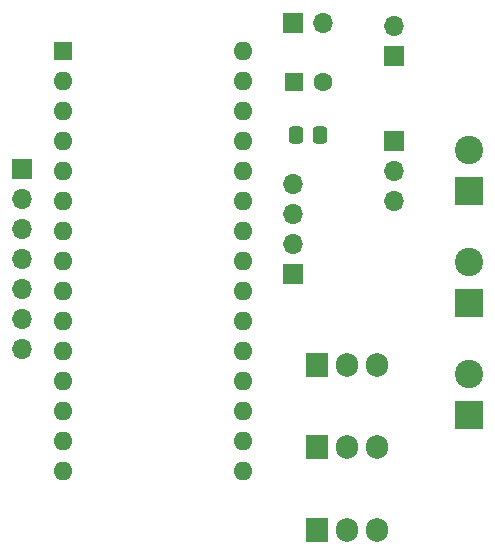
<source format=gbr>
%TF.GenerationSoftware,KiCad,Pcbnew,8.0.2*%
%TF.CreationDate,2025-02-28T20:58:28+01:00*%
%TF.ProjectId,K-Pillar,4b2d5069-6c6c-4617-922e-6b696361645f,rev?*%
%TF.SameCoordinates,Original*%
%TF.FileFunction,Soldermask,Top*%
%TF.FilePolarity,Negative*%
%FSLAX46Y46*%
G04 Gerber Fmt 4.6, Leading zero omitted, Abs format (unit mm)*
G04 Created by KiCad (PCBNEW 8.0.2) date 2025-02-28 20:58:28*
%MOMM*%
%LPD*%
G01*
G04 APERTURE LIST*
G04 Aperture macros list*
%AMRoundRect*
0 Rectangle with rounded corners*
0 $1 Rounding radius*
0 $2 $3 $4 $5 $6 $7 $8 $9 X,Y pos of 4 corners*
0 Add a 4 corners polygon primitive as box body*
4,1,4,$2,$3,$4,$5,$6,$7,$8,$9,$2,$3,0*
0 Add four circle primitives for the rounded corners*
1,1,$1+$1,$2,$3*
1,1,$1+$1,$4,$5*
1,1,$1+$1,$6,$7*
1,1,$1+$1,$8,$9*
0 Add four rect primitives between the rounded corners*
20,1,$1+$1,$2,$3,$4,$5,0*
20,1,$1+$1,$4,$5,$6,$7,0*
20,1,$1+$1,$6,$7,$8,$9,0*
20,1,$1+$1,$8,$9,$2,$3,0*%
G04 Aperture macros list end*
%ADD10R,1.700000X1.700000*%
%ADD11O,1.700000X1.700000*%
%ADD12RoundRect,0.250000X0.337500X0.475000X-0.337500X0.475000X-0.337500X-0.475000X0.337500X-0.475000X0*%
%ADD13R,2.400000X2.400000*%
%ADD14C,2.400000*%
%ADD15R,1.905000X2.000000*%
%ADD16O,1.905000X2.000000*%
%ADD17R,1.600000X1.600000*%
%ADD18O,1.600000X1.600000*%
%ADD19C,1.600000*%
G04 APERTURE END LIST*
D10*
%TO.C,J1*%
X51000000Y-44800000D03*
D11*
X51000000Y-42260000D03*
X51000000Y-39720000D03*
X51000000Y-37180000D03*
%TD*%
D10*
%TO.C,J2*%
X28000000Y-35920000D03*
D11*
X28000000Y-38460000D03*
X28000000Y-41000000D03*
X28000000Y-43540000D03*
X28000000Y-46080000D03*
X28000000Y-48620000D03*
X28000000Y-51160000D03*
%TD*%
D12*
%TO.C,C1*%
X53277500Y-33040000D03*
X51202500Y-33040000D03*
%TD*%
D10*
%TO.C,12V1*%
X59500000Y-26275000D03*
D11*
X59500000Y-23735000D03*
%TD*%
D13*
%TO.C,M1*%
X65900000Y-56750000D03*
D14*
X65900000Y-53250000D03*
%TD*%
D13*
%TO.C,M3*%
X65900000Y-37750000D03*
D14*
X65900000Y-34250000D03*
%TD*%
D15*
%TO.C,Q2*%
X52960000Y-59445000D03*
D16*
X55500000Y-59445000D03*
X58040000Y-59445000D03*
%TD*%
D17*
%TO.C,A1*%
X31500000Y-25920000D03*
D18*
X31500000Y-28460000D03*
X31500000Y-31000000D03*
X31500000Y-33540000D03*
X31500000Y-36080000D03*
X31500000Y-38620000D03*
X31500000Y-41160000D03*
X31500000Y-43700000D03*
X31500000Y-46240000D03*
X31500000Y-48780000D03*
X31500000Y-51320000D03*
X31500000Y-53860000D03*
X31500000Y-56400000D03*
X31500000Y-58940000D03*
X31500000Y-61480000D03*
X46740000Y-61480000D03*
X46740000Y-58940000D03*
X46740000Y-56400000D03*
X46740000Y-53860000D03*
X46740000Y-51320000D03*
X46740000Y-48780000D03*
X46740000Y-46240000D03*
X46740000Y-43700000D03*
X46740000Y-41160000D03*
X46740000Y-38620000D03*
X46740000Y-36080000D03*
X46740000Y-33540000D03*
X46740000Y-31000000D03*
X46740000Y-28460000D03*
X46740000Y-25920000D03*
%TD*%
D13*
%TO.C,M2*%
X65900000Y-47250000D03*
D14*
X65900000Y-43750000D03*
%TD*%
D10*
%TO.C,5V1*%
X50965000Y-23540000D03*
D11*
X53505000Y-23540000D03*
%TD*%
D15*
%TO.C,Q3*%
X52960000Y-52445000D03*
D16*
X55500000Y-52445000D03*
X58040000Y-52445000D03*
%TD*%
D15*
%TO.C,Q1*%
X52960000Y-66445000D03*
D16*
X55500000Y-66445000D03*
X58040000Y-66445000D03*
%TD*%
D10*
%TO.C,J3*%
X59500000Y-33475000D03*
D11*
X59500000Y-36015000D03*
X59500000Y-38555000D03*
%TD*%
D17*
%TO.C,C2*%
X51034888Y-28540000D03*
D19*
X53534888Y-28540000D03*
%TD*%
M02*

</source>
